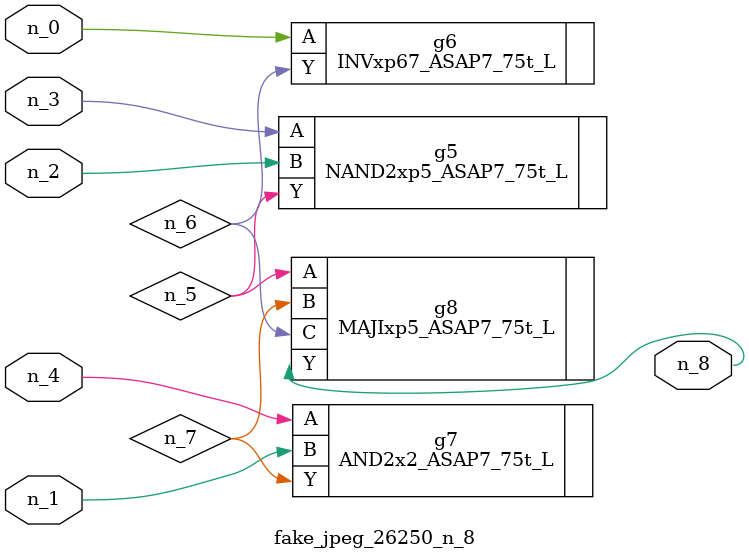
<source format=v>
module fake_jpeg_26250_n_8 (n_3, n_2, n_1, n_0, n_4, n_8);

input n_3;
input n_2;
input n_1;
input n_0;
input n_4;

output n_8;

wire n_6;
wire n_5;
wire n_7;

NAND2xp5_ASAP7_75t_L g5 ( 
.A(n_3),
.B(n_2),
.Y(n_5)
);

INVxp67_ASAP7_75t_L g6 ( 
.A(n_0),
.Y(n_6)
);

AND2x2_ASAP7_75t_L g7 ( 
.A(n_4),
.B(n_1),
.Y(n_7)
);

MAJIxp5_ASAP7_75t_L g8 ( 
.A(n_5),
.B(n_7),
.C(n_6),
.Y(n_8)
);


endmodule
</source>
